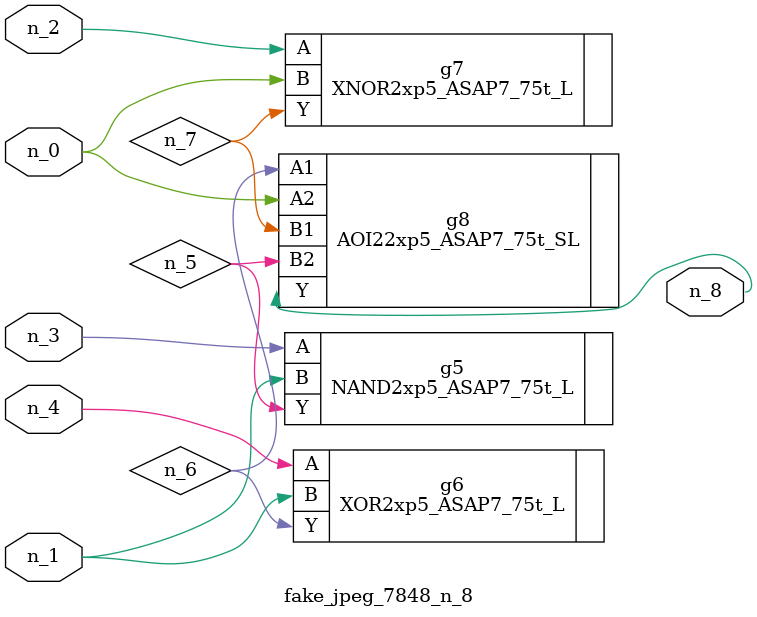
<source format=v>
module fake_jpeg_7848_n_8 (n_3, n_2, n_1, n_0, n_4, n_8);

input n_3;
input n_2;
input n_1;
input n_0;
input n_4;

output n_8;

wire n_6;
wire n_5;
wire n_7;

NAND2xp5_ASAP7_75t_L g5 ( 
.A(n_3),
.B(n_1),
.Y(n_5)
);

XOR2xp5_ASAP7_75t_L g6 ( 
.A(n_4),
.B(n_1),
.Y(n_6)
);

XNOR2xp5_ASAP7_75t_L g7 ( 
.A(n_2),
.B(n_0),
.Y(n_7)
);

AOI22xp5_ASAP7_75t_SL g8 ( 
.A1(n_6),
.A2(n_0),
.B1(n_7),
.B2(n_5),
.Y(n_8)
);


endmodule
</source>
